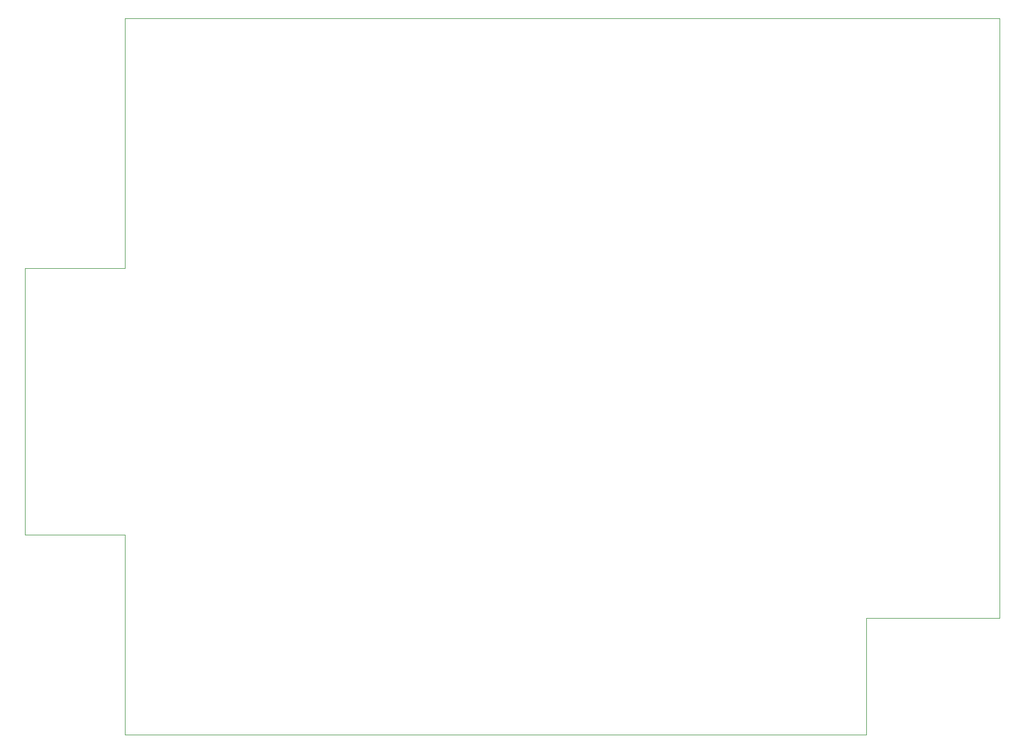
<source format=gbr>
G04 #@! TF.FileFunction,Profile,NP*
%FSLAX46Y46*%
G04 Gerber Fmt 4.6, Leading zero omitted, Abs format (unit mm)*
G04 Created by KiCad (PCBNEW 4.0.5+dfsg1-4+deb9u1) date Tue Sep 27 18:48:32 2022*
%MOMM*%
%LPD*%
G01*
G04 APERTURE LIST*
%ADD10C,0.100000*%
G04 APERTURE END LIST*
D10*
X64770000Y-123190000D02*
X80010000Y-123190000D01*
X64770000Y-82550000D02*
X64770000Y-123190000D01*
X80010000Y-82550000D02*
X64770000Y-82550000D01*
X80010000Y-153670000D02*
X80010000Y-123190000D01*
X193040000Y-153670000D02*
X80010000Y-153670000D01*
X193040000Y-135890000D02*
X193040000Y-153670000D01*
X213360000Y-135890000D02*
X193040000Y-135890000D01*
X213360000Y-44450000D02*
X213360000Y-135890000D01*
X80010000Y-44450000D02*
X213360000Y-44450000D01*
X80010000Y-82550000D02*
X80010000Y-44450000D01*
M02*

</source>
